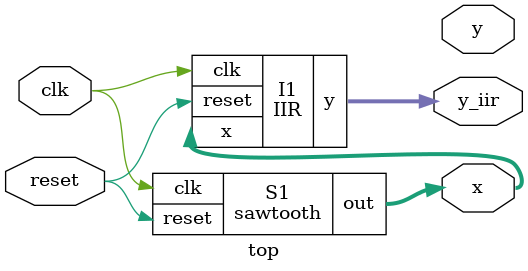
<source format=v>
`timescale 1ns / 1ps

module sawtooth(input clk, input reset, output [7:0]out);
  reg [7:0]q=0;

  always@(posedge clk or posedge reset)begin
    if(reset) q<=0;
    else q<=q+1;
  end

  assign out=q;
endmodule

module IIR(input clk, input reset, input [7:0]x, output [7:0]y);
  reg [7:0]w0,w1=0;
  reg [7:0]q=0;
  always@(posedge clk or posedge reset)begin
    if(reset)begin
      w1<=0;
      q<=0;
    end
    else begin
      w0=x+w1;
      q<=w0+w1;
      w1<=w0;
    end
  end
  assign y=q;
endmodule

module top(input clk, input reset, output [7:0]x, output [7:0]y, output [7:0]y_iir);
  sawtooth S1(clk,reset,x);
  IIR I1(clk,reset,x,y_iir);
endmodule

</source>
